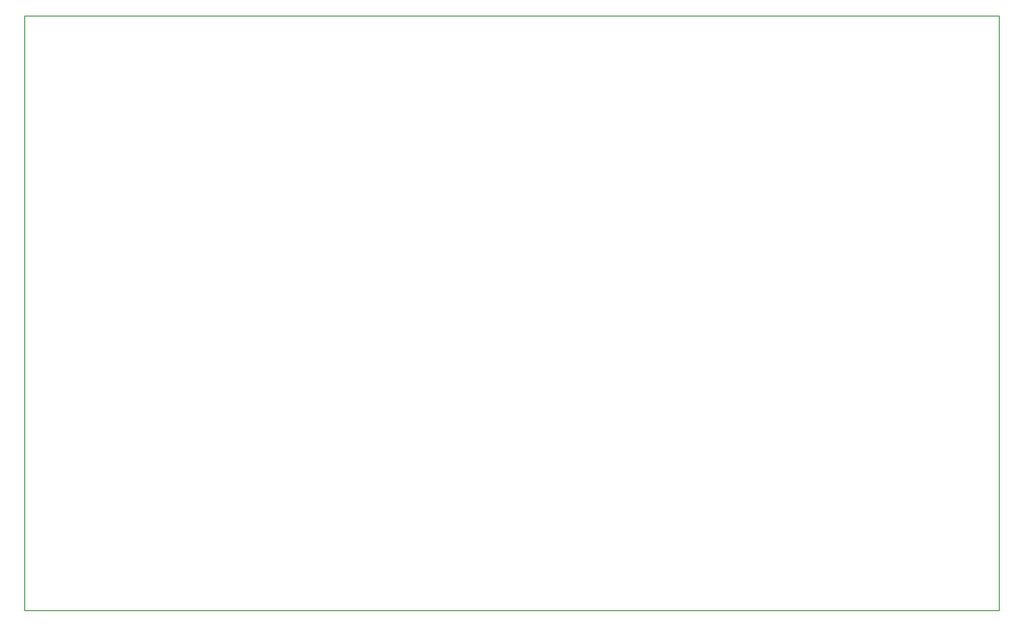
<source format=gbr>
%TF.GenerationSoftware,KiCad,Pcbnew,8.0.1*%
%TF.CreationDate,2024-06-09T20:13:56+02:00*%
%TF.ProjectId,daqIONA_CTRL,64617149-4f4e-4415-9f43-54524c2e6b69,rev?*%
%TF.SameCoordinates,Original*%
%TF.FileFunction,Profile,NP*%
%FSLAX46Y46*%
G04 Gerber Fmt 4.6, Leading zero omitted, Abs format (unit mm)*
G04 Created by KiCad (PCBNEW 8.0.1) date 2024-06-09 20:13:56*
%MOMM*%
%LPD*%
G01*
G04 APERTURE LIST*
%TA.AperFunction,Profile*%
%ADD10C,0.050000*%
%TD*%
G04 APERTURE END LIST*
D10*
X96240000Y-81910000D02*
X191240000Y-81910000D01*
X191240000Y-139910000D01*
X96240000Y-139910000D01*
X96240000Y-81910000D01*
M02*

</source>
